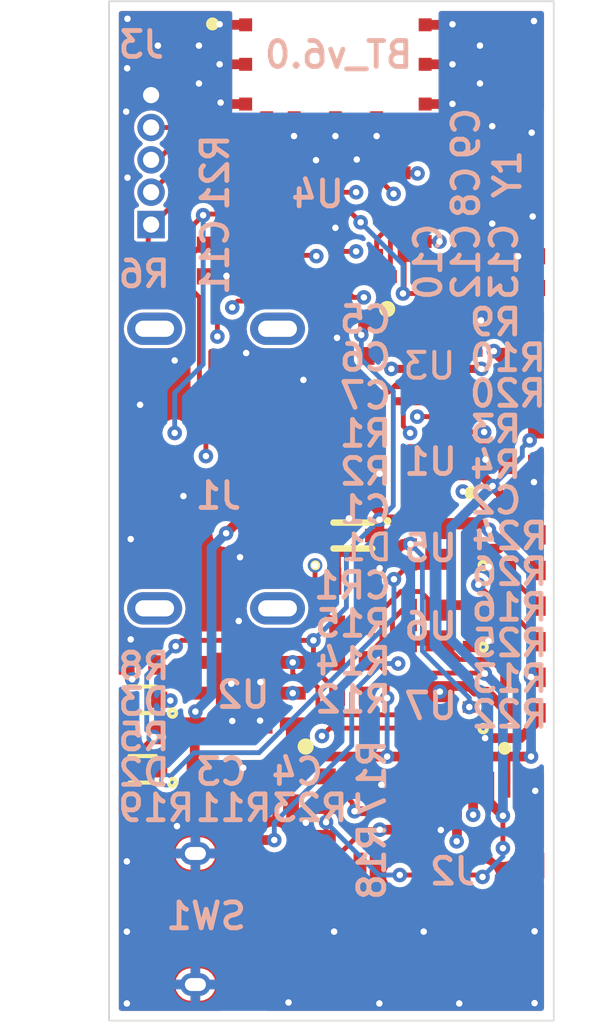
<source format=kicad_pcb>
(kicad_pcb (version 20221018) (generator pcbnew)
  (title_block (title "CC Controller") (date "2020-11-30") (rev "000"))
  (layers (0 "F.Cu" signal) (1 "In1.Cu" signal) (2 "In2.Cu" signal) (31 "B.Cu" signal) (34 "B.Paste" user) (35 "F.Paste" user) (36 "B.SilkS" user "B.Silkscreen") (37 "F.SilkS" user "F.Silkscreen") (38 "B.Mask" user) (39 "F.Mask" user) (44 "Edge.Cuts" user))
  (net 0 "")
  (net 1 "GND")
  (net 2 "Net-(U3-VREF)")
  (net 3 "Net-(U3-CSRD)")
  (net 4 "EN")
  (net 5 "PS_HOLD")
  (net 6 "VUSB")
  (net 7 "VBATT")
  (net 8 "VBUS")
  (net 9 "V2.8")
  (net 10 "Net-(U4-P0.00{slash}XL1)")
  (net 11 "Net-(U4-P0.01{slash}XL2)")
  (net 12 "Net-(D2-K)")
  (net 13 "SCL")
  (net 14 "SDA")
  (net 15 "XSHUT1")
  (net 16 "XSHUT2")
  (net 17 "SWDIO")
  (net 18 "SWDCLK")
  (net 19 "RESET")
  (net 20 "PB_OUT")
  (net 21 "Net-(D2-A)")
  (net 22 "Net-(D3-A)")
  (net 23 "Net-(J1-CC1)")
  (net 24 "Net-(J1-CC2)")
  (net 29 "INT")
  (net 31 "BM")
  (net 32 "BM_EN")
  (net 34 "CHRG_STAT")
  (net 35 "PWR_ON")
  (net 36 "Net-(U1-BYP{slash}ADJ{slash}NC)")
  (net 37 "Net-(U2-PROG)")
  (net 38 "Net-(U6-D1)")
  (net 39 "Net-(U6-D2)")
  (net 40 "Net-(U5-G1)")
  (net 41 "Net-(U6-G1)")
  (net 42 "CHRG")
  (net 43 "Net-(U3-~{PB})")
  (net 44 "PROG")
  (net 46 "LED_EN")
  (footprint "Capacitor_Taiyo_Yuden_0402:Capacitor_Taiyo_Yuden_0402" (layer "F.Cu") (at 107.44 63.79)
    (fp_text reference "C2")
    (fp_text value "1uF" hide)
  )
  (footprint "Stackpole_Res_0402:Stackpole_Res_0402" (layer "F.Cu") (at 101.44 74.7 90)
    (fp_text reference "R18")
    (fp_text value "4.7k")
  )
  (footprint "Stackpole_Res_0402:Stackpole_Res_0402" (layer "F.Cu") (at 101.44 72.8 -90)
    (fp_text reference "R17")
    (fp_text value "4.7k")
  )
  (footprint "Stackpole_Res_0402:Stackpole_Res_0402" (layer "F.Cu") (at 107.478 61.6)
    (fp_text reference "R3")
    (fp_text value "75k (1%)")
  )
  (footprint "Stackpole_Res_0402:Stackpole_Res_0402" (layer "F.Cu") (at 102.24 68.77 180)
    (fp_text reference "R14")
    (fp_text value "4M")
  )
  (footprint "Capacitor_Taiyo_Yuden_0402:Capacitor_Taiyo_Yuden_0402" (layer "F.Cu") (at 102.2 59.35 180)
    (fp_text reference "C6")
    (fp_text value "1uF" hide)
  )
  (footprint "Stackpole_Res_0402:Stackpole_Res_0402" (layer "F.Cu") (at 107.478 59.4 180)
    (fp_text reference "R10")
    (fp_text value "10k")
  )
  (footprint "Capacitor_Taiyo_Yuden_0402:Capacitor_Taiyo_Yuden_0402" (layer "F.Cu") (at 102.2 58.26 180)
    (fp_text reference "C5")
    (fp_text value "1uF" hide)
  )
  (footprint "TE_2328702-8:TE_2328702-8" (layer "F.Cu") (at 106.99 72.6)
    (fp_text reference "J2")
    (fp_text value "2328702-8" hide)
  )
  (footprint "Stackpole_Res_0402:Stackpole_Res_0402" (layer "F.Cu") (at 107.478 58.3 180)
    (fp_text reference "R9")
    (fp_text value "10k")
  )
  (footprint "Stackpole_Res_0402:Stackpole_Res_0402" (layer "F.Cu") (at 107.53 69.28)
    (fp_text reference "R13")
    (fp_text value "100k")
  )
  (footprint "Stackpole_Res_0402:Stackpole_Res_0402" (layer "F.Cu") (at 107.478 62.7)
    (fp_text reference "R4")
    (fp_text value "30k (1%)")
  )
  (footprint "Capacitor_Taiyo_Yuden_0402:Capacitor_Taiyo_Yuden_0402" (layer "F.Cu") (at 102.2 60.47 180)
    (fp_text reference "C7")
    (fp_text value "0.22uF" hide)
  )
  (footprint "Stackpole_Res_0402:Stackpole_Res_0402" (layer "F.Cu") (at 95.73 68.9)
    (fp_text reference "R8")
    (fp_text value "10k (1%)")
  )
  (footprint "LED_QBLP595:LED_QBLP595" (layer "F.Cu") (at 95.78 69.975 180)
    (fp_text reference "D3")
    (fp_text value "ORG")
  )
  (footprint "Stackpole_Res_0402:Stackpole_Res_0402" (layer "F.Cu") (at 107.53 67.08)
    (fp_text reference "R16")
    (fp_text value "100k")
  )
  (footprint "SSM6L61NU:SSM6L61NU" (layer "F.Cu") (at 104.96 67.68 90)
    (fp_text reference "U6")
    (fp_text value "UDFN6" hide)
  )
  (footprint "Stackpole_Res_0402:Stackpole_Res_0402" (layer "F.Cu") (at 107.478 60.5 180)
    (fp_text reference "R20")
    (fp_text value "10k")
  )
  (footprint "STBC08PMR:STBC08PMR" (layer "F.Cu") (at 98.91 69.77 180)
    (fp_text reference "U2")
    (fp_text value "SON95P300X300X100-7N-D" hide)
  )
  (footprint "Connector_PinHeader_1.00mm:PinHeader_1x05_P1.00mm_Vertical" (layer "F.Cu") (at 96.03 55.29 180)
    (fp_text reference "J3")
    (fp_text value "Conn_01x05")
  )
  (footprint "Capacitor_Taiyo_Yuden_0402:Capacitor_Taiyo_Yuden_0402" (layer "F.Cu") (at 102.2 63.76 180)
    (fp_text reference "C1")
    (fp_text value "1uF" hide)
  )
  (footprint "STM6601CQ2BDM6F:STM6601AQ2BDM6F" (layer "F.Cu") (at 104.93 59.5)
    (fp_text reference "U3")
    (fp_text value "STM6601CQ2BDM6F" hide)
  )
  (footprint "Stackpole_Res_0402:Stackpole_Res_0402" (layer "F.Cu") (at 107.53 70.38 180)
    (fp_text reference "R22")
    (fp_text value "100k")
  )
  (footprint "Stackpole_Res_0402:Stackpole_Res_0402" (layer "F.Cu") (at 95.73 71.05 180)
    (fp_text reference "R5")
    (fp_text value "10k")
  )
  (footprint "ESDA7P601U1M:ESDA7P601U1M" (layer "F.Cu") (at 102.23 66.31)
    (fp_text reference "CR1")
    (fp_text value "ESDA7P60-1U1M" hide)
  )
  (footprint "BAT30KFILM:BAT30KFILM" (layer "F.Cu") (at 102.27 64.9)
    (fp_text reference "D1")
    (fp_text value "BAT30KFILM" hide)
  )
  (footprint "Stackpole_Res_0402:Stackpole_Res_0402" (layer "F.Cu") (at 102.24 61.57)
    (fp_text reference "R1")
    (fp_text value "5.1k (5%)")
  )
  (footprint "Stackpole_Res_0402:Stackpole_Res_0402" (layer "F.Cu") (at 102.24 62.67)
    (fp_text reference "R2")
    (fp_text value "5.1k (5%)")
  )
  (footprint "SSM6L61NU:SSM6L61NU" (layer "F.Cu") (at 104.96 65.16 90)
    (fp_text reference "U5")
    (fp_text value "UDFN6" hide)
  )
  (footprint "SSM6L61NU:SSM6L61NU" (layer "F.Cu") (at 104.96 70.2 90)
    (fp_text reference "U7")
    (fp_text value "UDFN6" hide)
  )
  (footprint "LDK130PU-R:LDK130PU-R" (layer "F.Cu") (at 104.94 62.58 180)
    (fp_text reference "U1")
    (fp_text value "QFN40P120X130X45-6N" hide)
  )
  (footprint "Stackpole_Res_0402:Stackpole_Res_0402" (layer "F.Cu") (at 102.24 67.67)
    (fp_text reference "R15")
    (fp_text value "3M")
  )
  (footprint "PTS840ESDPMSMTRLFS:PTS840ESDPMSMTRLFS" (layer "F.Cu") (at 98.15 76.75 -90)
    (fp_text reference "SW1")
    (fp_text value "Val**" hide)
  )
  (footprint "Stackpole_Res_0402:Stackpole_Res_0402" (layer "F.Cu") (at 107.53 64.88)
    (fp_text reference "R24")
    (fp_text value "1k")
  )
  (footprint "Stackpole_Res_0402:Stackpole_Res_0402" (layer "F.Cu") (at 102.24 69.87 180)
    (fp_text reference "R12")
    (fp_text value "100k")
  )
  (footprint "Stackpole_Res_0402:Stackpole_Res_0402" (layer "F.Cu") (at 107.53 68.18)
    (fp_text reference "R25")
    (fp_text value "1k")
  )
  (footprint "Capacitor_Taiyo_Yuden_0402:Capacitor_Taiyo_Yuden_0402" (layer "F.Cu") (at 97.72 56.4 -90)
    (fp_text reference "C11")
    (fp_text value "10nF" hide)
  )
  (footprint "Capacitor_Taiyo_Yuden_0402:Capacitor_Taiyo_Yuden_0402" (layer "F.Cu") (at 105.78 56.76 90)
    (fp_text reference "C10")
    (fp_text value "1uF" hide)
  )
  (footprint "LED_QBLP595:LED_QBLP595" (layer "F.Cu") (at 95.78 72.125 180)
    (fp_text reference "D2")
    (fp_text value "YEL/GRN")
  )
  (footprint "Stackpole_Res_0402:Stackpole_Res_0402" (layer "F.Cu") (at 107.53 65.98)
    (fp_text reference "R26")
    (fp_text value "100k")
  )
  (footprint "Stackpole_Res_0402:Stackpole_Res_0402" (layer "F.Cu") (at 95.73 73.2 180)
    (fp_text reference "R19")
    (fp_text value "10k")
  )
  (footprint "Capacitor_Taiyo_Yuden_0402:Capacitor_Taiyo_Yuden_0402" (layer "F.Cu") (at 99.86 72.11 180)
    (fp_text reference "C4")
    (fp_text value "4.7uF" hide)
  )
  (footprint "Capacitor_Taiyo_Yuden_0402:Capacitor_Taiyo_Yuden_0402" (layer "F.Cu") (at 97.87 72.11)
    (fp_text reference "C3")
    (fp_text value "4.7uF" hide)
  )
  (footprint "Stackpole_Res_0402:Stackpole_Res_0402" (layer "F.Cu") (at 97.91 73.2 180)
    (fp_text reference "R11")
    (fp_text value "100k")
  )
  (footprint "Stackpole_Res_0402:Stackpole_Res_0402" (layer "F.Cu") (at 99.9 73.2 180)
    (fp_text reference "R23")
    (fp_text value "2M")
  )
  (footprint "BMD-350-A-R:XCVR_BMD-350-A-R" (layer "F.Cu") (at 101.73 52.99)
    (fp_text reference "U4")
    (fp_text value "BMD-350-A-R")
  )
  (footprint "ECS-.327-7-34R-TR:XTAL_ECS-.327-CDX-2216" (layer "F.Cu") (at 106.99 53.75 90)
    (fp_text reference "Y1")
    (fp_text value "ECS-.327-7-34R-TR" hide)
  )
  (footprint "Capacitor_Taiyo_Yuden_0402:Capacitor_Taiyo_Yuden_0402" (layer "F.Cu") (at 106.86 56.76 90)
    (fp_text reference "C12")
    (fp_text value "10nF" hide)
  )
  (footprint "Capacitor_Taiyo_Yuden_0402:Capacitor_Taiyo_Yuden_0402" (layer "F.Cu") (at 107.94 56.76 90)
    (fp_text reference "C13")
    (fp_text value "100nF" hide)
  )
  (footprint "Capacitor_Taiyo_Yuden_0402:Capacitor_Taiyo_Yuden_0402" (layer "F.Cu") (at 105.73 54.77 -90)
    (fp_text reference "C8")
    (fp_text value "7pF")
  )
  (footprint "Capacitor_Taiyo_Yuden_0402:Capacitor_Taiyo_Yuden_0402" (layer "F.Cu") (at 105.73 52.78 90)
    (fp_text reference "C9")
    (fp_text value "7pF")
  )
  (footprint "UJC-HP-3-SMT-TR:UJC-HP-3-SMT-TR" (layer "F.Cu") (at 99.94 62.83 -90)
    (fp_text reference "J1")
    (fp_text value "UJC-HP-3-SMT-TR" hide)
  )
  (footprint "Stackpole_Res_0402:Stackpole_Res_0402" (layer "F.Cu") (at 96.23 56.84)
    (fp_text reference "R6")
    (fp_text value "10k")
  )
  (footprint "Stackpole_Res_0402:Stackpole_Res_0402" (layer "F.Cu") (at 97.73 53.71 90)
    (fp_text reference "R21")
    (fp_text value "10k")
  )
  (gr_line (start 94.73 79.89) (end 108.48 79.89) (stroke (width 0.05)) (layer "Edge.Cuts"))
  (gr_line (start 94.73 79.89) (end 94.73 48.39) (stroke (width 0.05)) (layer "Edge.Cuts"))
  (gr_line (start 94.73 48.39) (end 108.48 48.39) (stroke (width 0.05)) (layer "Edge.Cuts"))
  (gr_line (start 108.48 79.89) (end 108.48 48.39) (stroke (width 0.05)) (layer "Edge.Cuts"))
  (gr_text "BT_v6.0" (at 101.83 50.04) (layer "B.SilkS") (effects (font (size 0.8 0.8)) (justify mirror)))
  (segment (start 99 69.73) (end 99 69.73) (width 0.3) (layer "F.Cu") (net 1))
  (segment (start 106.47 65.87) (end 107.073 65.87) (width 0.3) (layer "F.Cu") (net 1))
  (segment (start 105.39 50.337) (end 105.39 50.337) (width 0.3) (layer "F.Cu") (net 1))
  (segment (start 98.22 50.337) (end 98.22 50.337) (width 0.3) (layer "F.Cu") (net 1))
  (segment (start 102.7907 66.262519) (end 103.125022 65.928197) (width 0.3) (layer "F.Cu") (net 1))
  (segment (start 107.6 52.25) (end 106.58 52.25) (width 0.3) (layer "F.Cu") (net 1))
  (segment (start 104.505 49.117) (end 105.347 49.117) (width 0.3) (layer "F.Cu") (net 1))
  (segment (start 107.987 70.623) (end 107.987 70.38) (width 0.3) (layer "F.Cu") (net 1))
  (segment (start 107.987 67.007) (end 107.987 67.08) (width 0.15) (layer "F.Cu") (net 1))
  (segment (start 102.83 62.67) (end 103.09499 62.93499) (width 0.3) (layer "F.Cu") (net 1))
  (segment (start 105.87 68.316546) (end 106.026557 68.159989) (width 0.3) (layer "F.Cu") (net 1))
  (segment (start 102.697 66.4037) (end 102.7907 66.31) (width 0.3) (layer "F.Cu") (net 1))
  (segment (start 104.505 51.565) (end 105.345 51.565) (width 0.3) (layer "F.Cu") (net 1))
  (segment (start 105.87 70.85) (end 106.05 70.85) (width 0.3) (layer "F.Cu") (net 1))
  (segment (start 107.38 56.27) (end 107.38 56.269984) (width 0.15) (layer "F.Cu") (net 1))
  (segment (start 106.229978 58.25) (end 106.230517 58.249461) (width 0.15) (layer "F.Cu") (net 1))
  (segment (start 105.347 49.117) (end 105.35 49.12) (width 0.3) (layer "F.Cu") (net 1))
  (segment (start 103.005 52.555) (end 103.005 51.99) (width 0.3) (layer "F.Cu") (net 1))
  (segment (start 107.073 66.093) (end 107.987 67.007) (width 0.15) (layer "F.Cu") (net 1))
  (segment (start 106.36 71.16) (end 107.45 71.16) (width 0.3) (layer "F.Cu") (net 1))
  (segment (start 106.341486 62.58) (end 106.369379 62.552107) (width 0.2) (layer "F.Cu") (net 1))
  (segment (start 102.7907 66.31) (end 102.7907 66.262519) (width 0.3) (layer "F.Cu") (net 1))
  (segment (start 108.02 52.67) (end 107.6 52.25) (width 0.3) (layer "F.Cu") (net 1))
  (segment (start 105.87 65.81) (end 106.41 65.81) (width 0.3) (layer "F.Cu") (net 1))
  (segment (start 105.77 52.25) (end 105.73 52.29) (width 0.3) (layer "F.Cu") (net 1))
  (segment (start 105.71 55.26) (end 107.59 55.26) (width 0.3) (layer "F.Cu") (net 1))
  (segment (start 101.08 60.47) (end 100.689985 60.079985) (width 0.3) (layer "F.Cu") (net 1))
  (segment (start 105.72 56.27) (end 105.56 56.27) (width 0.3) (layer "F.Cu") (net 1))
  (segment (start 96.83 73.88) (end 96.83 73.823) (width 0.15) (layer "F.Cu") (net 1))
  (segment (start 102.742666 62.665666) (end 102.742666 61.574334) (width 0.3) (layer "F.Cu") (net 1))
  (segment (start 98.365 56.895) (end 98.36 56.89) (width 0.3) (layer "F.Cu") (net 1))
  (segment (start 104.99 73.999977) (end 104.989979 73.999998) (width 0.3) (layer "F.Cu") (net 1))
  (segment (start 101.71 63.76) (end 101.71 63.93) (width 0.3) (layer "F.Cu") (net 1))
  (segment (start 101.71 63.93) (end 102.15 64.37) (width 0.3) (layer "F.Cu") (net 1))
  (segment (start 105.72 56.27) (end 107.38 56.27) (width 0.15) (layer "F.Cu") (net 1))
  (segment (start 104.505 50.337) (end 105.35 50.337) (width 0.3) (layer "F.Cu") (net 1))
  (segment (start 97.44 68.82) (end 98.94 68.82) (width 0.3) (layer "F.Cu") (net 1))
  (segment (start 105.345 51.565) (end 105.35 51.57) (width 0.3) (layer "F.Cu") (net 1))
  (segment (start 107.87 63.248645) (end 107.87 63.73) (width 0.3) (layer "F.Cu") (net 1))
  (segment (start 98.955 51.565) (end 98.16 51.565) (width 0.3) (layer "F.Cu") (net 1))
  (segment (start 99.43 72.1) (end 98.37 72.1) (width 0.3) (layer "F.Cu") (net 1))
  (segment (start 107.87 62.765) (end 107.935 62.7) (width 0.3) (layer "F.Cu") (net 1))
  (segment (start 103.49 72.6) (end 103.15 72.6) (width 0.3) (layer "F.Cu") (net 1))
  (segment (start 107.87 63.248645) (end 107.87 62.765) (width 0.3) (layer "F.Cu") (net 1))
  (segment (start 106.05 70.85) (end 106.36 71.16) (width 0.3) (layer "F.Cu") (net 1))
  (segment (start 106.026557 68.159989) (end 106.46481 68.159989) (width 0.3) (layer "F.Cu") (net 1))
  (segment (start 99.89 65.58) (end 99.950002 65.519998) (width 0.3) (layer "F.Cu") (net 1))
  (segment (start 102.697 67.67) (end 102.697 66.4037) (width 0.3) (layer "F.Cu") (net 1))
  (segment (start 98.955 50.337) (end 98.22 50.337) (width 0.3) (layer "F.Cu") (net 1))
  (segment (start 98.955 56.895) (end 98.365 56.895) (width 0.3) (layer "F.Cu") (net 1))
  (segment (start 105.56 56.27) (end 104.935 56.895) (width 0.3) (layer "F.Cu") (net 1))
  (segment (start 104.39 62.58) (end 105.49 62.58) (width 0.2) (layer "F.Cu") (net 1))
  (segment (start 108.02 54.83) (end 108.02 52.67) (width 0.3) (layer "F.Cu") (net 1))
  (segment (start 103.09499 62.93499) (end 103.09499 62.99) (width 0.3) (layer "F.Cu") (net 1))
  (segment (start 105.49 62.58) (end 106.341486 62.58) (width 0.2) (layer "F.Cu") (net 1))
  (segment (start 101.73 52.555) (end 101.73 51.99) (width 0.3) (layer "F.Cu") (net 1))
  (segment (start 104.99 72.6) (end 104.99 73.999977) (width 0.3) (layer "F.Cu") (net 1))
  (segment (start 99.89 60.08) (end 100.68997 60.08) (width 0.3) (layer "F.Cu") (net 1))
  (segment (start 100.45 52.555) (end 100.45 51.995) (width 0.3) (layer "F.Cu") (net 1))
  (segment (start 100.68997 60.08) (end 100.689985 60.079985) (width 0.3) (layer "F.Cu") (net 1))
  (segment (start 107.38 56.27) (end 107.91 56.27) (width 0.15) (layer "F.Cu") (net 1))
  (segment (start 106.41 65.81) (end 106.47 65.87) (width 0.3) (layer "F.Cu") (net 1))
  (segment (start 107.59 55.26) (end 108.02 54.83) (width 0.3) (layer "F.Cu") (net 1))
  (segment (start 100.357 73.2) (end 100.357 73.317) (width 0.15) (layer "F.Cu") (net 1))
  (segment (start 104.935 56.895) (end 104.505 56.895) (width 0.3) (layer "F.Cu") (net 1))
  (segment (start 101.77 60.47) (end 101.08 60.47) (width 0.3) (layer "F.Cu") (net 1))
  (segment (start 101.79 59.33) (end 101.79 58.25) (width 0.3) (layer "F.Cu") (net 1))
  (segment (start 106.58 52.25) (end 105.77 52.25) (width 0.3) (layer "F.Cu") (net 1))
  (segment (start 99.08 69.81) (end 99 69.73) (width 0.3) (layer "F.Cu") (net 1))
  (segment (start 107.45 71.16) (end 107.987 70.623) (width 0.3) (layer "F.Cu") (net 1))
  (segment (start 107.073 65.98) (end 107.073 66.093) (width 0.15) (layer "F.Cu") (net 1))
  (segment (start 98.37 72.1) (end 98.36 72.11) (width 0.3) (layer "F.Cu") (net 1))
  (segment (start 98.36 56.89) (end 97.72 56.89) (width 0.3) (layer "F.Cu") (net 1))
  (segment (start 98.955 49.117) (end 98.2 49.117) (width 0.3) (layer "F.Cu") (net 1))
  (segment (start 107.87 63.73) (end 107.93 63.79) (width 0.3) (layer "F.Cu") (net 1))
  (segment (start 105.78 58.25) (end 106.229978 58.25) (width 0.15) (layer "F.Cu") (net 1))
  (via (at 95.28 79.36) (size 0.45) (drill 0.2) (layers "F.Cu" "B.Cu") (net 1))
  (via (at 95.28 74.97) (size 0.45) (drill 0.2) (layers "F.Cu" "B.Cu") (net 1))
  (via (at 95.69 60.86) (size 0.45) (drill 0.2) (layers "F.Cu" "B.Cu") (net 1))
  (via (at 95.4 65.01) (size 0.45) (drill 0.2) (layers "F.Cu" "B.Cu") (net 1))
  (via (at 103.09 79.36) (size 0.45) (drill 0.2) (layers "F.Cu" "B.Cu") (net 1))
  (via (at 101.73 52.555) (size 0.45) (drill 0.2) (layers "F.Cu" "B.Cu") (net 1))
  (via (at 104.46 77.14) (size 0.45) (drill 0.2) (layers "F.Cu" "B.Cu") (net 1))
  (via (at 97.51 49.76) (size 0.45) (drill 0.2) (layers "F.Cu" "B.Cu") (net 1))
  (via (at 98.51 69.48) (size 0.45) (drill 0.2) (layers "F.Cu" "B.Cu") (net 1))
  (via (at 106.47 65.87) (size 0.45) (drill 0.2) (layers "F.Cu" "B.Cu") (net 1))
  (via (at 95.4 68.11) (size 0.45) (drill 0.2) (layers "F.Cu" "B.Cu") (net 1))
  (via (at 98.97 59.26) (size 0.45) (drill 0.2) (layers "F.Cu" "B.Cu") (net 1))
  (via (at 107.89 79.35) (size 0.45) (drill 0.2) (layers "F.Cu" "B.Cu") (net 1))
  (via (at 104.989979 73.999998) (size 0.45) (drill 0.2) (layers "F.Cu" "B.Cu") (net 1))
  (via (at 106.2 49.76) (size 0.45) (drill 0.2) (layers "F.Cu" "B.Cu") (net 1))
  (via (at 103.005 52.555) (size 0.45) (drill 0.2) (layers "F.Cu" "B.Cu") (net 1))
  (via (at 107.83 55.04) (size 0.45) (drill 0.2) (layers "F.Cu" "B.Cu") (net 1))
  (via (at 101.13 53.3) (size 0.45) (drill 0.2) (layers "F.Cu" "B.Cu") (net 1))
  (via (at 95.26 51.8) (size 0.45) (drill 0.2) (layers "F.Cu" "B.Cu") (net 1))
  (via (at 99.41 69.43) (size 0.45) (drill 0.2) (layers "F.Cu" "B.Cu") (net 1))
  (via (at 98.78 65.57) (size 0.45) (drill 0.2) (layers "F.Cu" "B.Cu") (net 1))
  (via (at 97.03 63.68) (size 0.45) (drill 0.2) (layers "F.Cu" "B.Cu") (net 1))
  (via (at 106.36 71.16) (size 0.45) (drill 0.2) (layers "F.Cu" "B.Cu") (net 1))
  (via (at 107.87 63.248645) (size 0.45) (drill 0.2) (layers "F.Cu" "B.Cu") (net 1))
  (via (at 96.76 59.49) (size 0.45) (drill 0.2) (layers "F.Cu" "B.Cu") (net 1))
  (via (at 98.74 67.54) (size 0.45) (drill 0.2) (layers "F.Cu" "B.Cu") (net 1))
  (via (at 98.15 50.337) (size 0.45) (drill 0.2) (layers "F.Cu" "B.Cu") (net 1))
  (via (at 103.1 65.91) (size 0.45) (drill 0.2) (layers "F.Cu" "B.Cu") (net 1))
  (via (at 98.15 49.1) (size 0.45) (drill 0.2) (layers "F.Cu" "B.Cu") (net 1))
  (via (at 105.35 49.1) (size 0.45) (drill 0.2) (layers "F.Cu" "B.Cu") (net 1))
  (via (at 107.91 72.79) (size 0.45) (drill 0.2) (layers "F.Cu" "B.Cu") (net 1))
  (via (at 107.38 56.269984) (size 0.45) (drill 0.2) (layers "F.Cu" "B.Cu") (net 1))
  (via (at 106.369379 62.552107) (size 0.45) (drill 0.2) (layers "F.Cu" "B.Cu") (net 1))
  (via (at 106.58 52.25) (size 0.45) (drill 0.2) (layers "F.Cu" "B.Cu") (net 1))
  (via (at 107.87 49) (size 0.45) (drill 0.2) (layers "F.Cu" "B.Cu") (net 1))
  (via (at 102.15 64.37) (size 0.45) (drill 0.2) (layers "F.Cu" "B.Cu") (net 1))
  (via (at 105.56 79.36) (size 0.45) (drill 0.2) (layers "F.Cu" "B.Cu") (net 1))
  (via (at 95.29 50.46) (size 0.45) (drill 0.2) (layers "F.Cu" "B.Cu") (net 1))
  (via (at 106.230517 58.249461) (size 0.45) (drill 0.2) (layers "F.Cu" "B.Cu") (net 1))
  (via (at 98.18 51.52) (size 0.45) (drill 0.2) (layers "F.Cu" "B.Cu") (net 1))
  (via (at 103.09499 62.99) (size 0.45) (drill 0.2) (layers "F.Cu" "B.Cu") (net 1))
  (via (at 106.58 55.26) (size 0.45) (drill 0.2) (layers "F.Cu" "B.Cu") (net 1))
  (via (at 98.54 70.63) (size 0.45) (drill 0.2) (layers "F.Cu" "B.Cu") (net 1))
  (via (at 95.28 77.14) (size 0.45) (drill 0.2) (layers "F.Cu" "B.Cu") (net 1))
  (via (at 101.73 55.39) (size 0.45) (drill 0.2) (layers "F.Cu" "B.Cu") (net 1))
  (via (at 107.89 77.13) (size 0.45) (drill 0.2) (layers "F.Cu" "B.Cu") (net 1))
  (via (at 95.3 53.84) (size 0.45) (drill 0.2) (layers "F.Cu" "B.Cu") (net 1))
  (via (at 98.88 72.08) (size 0.45) (drill 0.2) (layers "F.Cu" "B.Cu") (net 1))
  (via (at 105.35 51.56) (size 0.45) (drill 0.2) (layers "F.Cu" "B.Cu") (net 1))
  (via (at 106.46481 68.159989) (size 0.45) (drill 0.2) (layers "F.Cu" "B.Cu") (net 1))
  (via (at 101.69 77.14) (size 0.45) (drill 0.2) (layers "F.Cu" "B.Cu") (net 1))
  (via (at 98.36 56.88) (size 0.45) (drill 0.2) (layers "F.Cu" "B.Cu") (net 1))
  (via (at 96.24 49.76) (size 0.45) (drill 0.2) (layers "F.Cu" "B.Cu") (net 1))
  (via (at 95.3 48.93) (size 0.45) (drill 0.2) (layers "F.Cu" "B.Cu") (net 1))
  (via (at 107.8 52.45) (size 0.45) (drill 0.2) (layers "F.Cu" "B.Cu") (net 1))
  (via (at 96.83 73.88) (size 0.45) (drill 0.2) (layers "F.Cu" "B.Cu") (net 1))
  (via (at 105.35 50.337) (size 0.45) (drill 0.2) (layers "F.Cu" "B.Cu") (net 1))
  (via (at 100.815534 73.775534) (size 0.45) (drill 0.2) (layers "F.Cu" "B.Cu") (net 1))
  (via (at 103.15 72.6) (size 0.45) (drill 0.2) (layers "F.Cu" "B.Cu") (net 1))
  (via (at 97.51 50.93) (size 0.45) (drill 0.2) (layers "F.Cu" "B.Cu") (net 1))
  (via (at 101.78 58.79) (size 0.45) (drill 0.2) (layers "F.Cu" "B.Cu") (net 1))
  (via (at 99.4 70.62) (size 0.45) (drill 0.2) (layers "F.Cu" "B.Cu") (net 1))
  (via (at 100.28 79.33) (size 0.45) (drill 0.2) (layers "F.Cu" "B.Cu") (net 1))
  (via (at 102.39 53.28) (size 0.45) (drill 0.2) (layers "F.Cu" "B.Cu") (net 1))
  (via (at 100.74 60.09) (size 0.45) (drill 0.2) (layers "F.Cu" "B.Cu") (net 1))
  (via (at 100.45 52.555) (size 0.45) (drill 0.2) (layers "F.Cu" "B.Cu") (net 1))
  (via (at 106.2 50.93) (size 0.45) (drill 0.2) (layers "F.Cu" "B.Cu") (net 1))
  (segment (start 104.08 59.25) (end 102.895 59.25) (width 0.15) (layer "F.Cu") (net 2))
  (segment (start 102.895 59.25) (end 102.755 59.39) (width 0.15) (layer "F.Cu") (net 2))
  (segment (start 102.75 60.47) (end 103.369258 60.47) (width 0.15) (layer "F.Cu") (net 3))
  (segment (start 103.369258 60.47) (end 103.589258 60.25) (width 0.15) (layer "F.Cu") (net 3))
  (segment (start 103.589258 60.25) (end 104.08 60.25) (width 0.15) (layer "F.Cu") (net 3))
  (segment (start 105.78 59.75) (end 106.212577 59.75) (width 0.15) (layer "F.Cu") (net 4))
  (segment (start 105.09 61.7) (end 106.329998 61.7) (width 0.15) (layer "F.Cu") (net 4))
  (segment (start 104.61 62.18) (end 105.09 61.7) (width 0.15) (layer "F.Cu") (net 4))
  (segment (start 104.39 62.18) (end 104.61 62.18) (width 0.15) (layer "F.Cu") (net 4))
  (via (at 106.243344 59.75) (size 0.45) (drill 0.2) (layers "F.Cu" "B.Cu") (net 4))
  (via (at 106.329998 61.7) (size 0.45) (drill 0.2) (layers "F.Cu" "B.Cu") (net 4))
  (segment (start 103.36501 59.75) (end 104.08 59.75) (width 0.15) (layer "F.Cu") (net 5))
  (segment (start 106.474984 61.225016) (end 104.259945 61.225016) (width 0.15) (layer "F.Cu") (net 5))
  (segment (start 107.073 60.68) (end 107.02 60.68) (width 0.15) (layer "F.Cu") (net 5))
  (segment (start 101.73 56.99) (end 101.73 56.895) (width 0.15) (layer "F.Cu") (net 5))
  (segment (start 102.28 57.54) (end 101.73 56.99) (width 0.15) (layer "F.Cu") (net 5))
  (segment (start 102.61 57.54) (end 102.28 57.54) (width 0.15) (layer "F.Cu") (net 5))
  (segment (start 107.02 60.68) (end 106.474984 61.225016) (width 0.15) (layer "F.Cu") (net 5))
  (segment (start 101.73 56.895) (end 101.725 56.895) (width 0.15) (layer "F.Cu") (net 5))
  (via (at 102.61 57.54) (size 0.45) (drill 0.2) (layers "F.Cu" "B.Cu") (net 5))
  (via (at 103.460004 59.75) (size 0.45) (drill 0.2) (layers "F.Cu" "B.Cu") (net 5))
  (via (at 104.259945 61.225016) (size 0.45) (drill 0.2) (layers "F.Cu" "B.Cu") (net 5))
  (segment (start 98.72 62.15) (end 98.72 64.46) (width 0.3) (layer "F.Cu") (net 6))
  (segment (start 99.93 64.39) (end 99.89 64.35) (width 0.3) (layer "F.Cu") (net 6))
  (segment (start 98.367 73.2) (end 99.443 73.2) (width 0.15) (layer "F.Cu") (net 6))
  (segment (start 97.38 72.213) (end 98.367 73.2) (width 0.15) (layer "F.Cu") (net 6))
  (segment (start 98.437 73.16) (end 98.44 73.16) (width 0.3) (layer "F.Cu") (net 6))
  (segment (start 99.57 61.3) (end 98.72 62.15) (width 0.3) (layer "F.Cu") (net 6))
  (segment (start 99.86 64.34) (end 98.84 64.34) (width 0.3) (layer "F.Cu") (net 6))
  (segment (start 99.86 61.3) (end 99.57 61.3) (width 0.3) (layer "F.Cu") (net 6))
  (segment (start 104.05 65.16) (end 103.81 65.16) (width 0.3) (layer "F.Cu") (net 6))
  (segment (start 97.38 70.36) (end 97.4 70.34) (width 0.3) (layer "F.Cu") (net 6))
  (segment (start 98.72 64.46) (end 98.350001 64.829999) (width 0.3) (layer "F.Cu") (net 6))
  (segment (start 98.84 64.34) (end 98.72 64.46) (width 0.3) (layer "F.Cu") (net 6))
  (segment (start 103.81 65.16) (end 103.56 65.41) (width 0.3) (layer "F.Cu") (net 6))
  (segment (start 97.38 72.11) (end 97.38 72.213) (width 0.15) (layer "F.Cu") (net 6))
  (segment (start 101.005 64.35) (end 101.555 64.9) (width 0.3) (layer "F.Cu") (net 6))
  (segment (start 99.94 64.35) (end 101.005 64.35) (width 0.3) (layer "F.Cu") (net 6))
  (segment (start 97.38 72.11) (end 97.38 70.36) (width 0.3) (layer "F.Cu") (net 6))
  (segment (start 97.41 70.72) (end 97.41 70.35) (width 0.3) (layer "F.Cu") (net 6))
  (segment (start 103.56 65.41) (end 101.8493 65.41) (width 0.3) (layer "F.Cu") (net 6))
  (segment (start 101.7493 66.31) (end 101.7493 65.1043) (width 0.3) (layer "F.Cu") (net 6))
  (segment (start 97.46 72.03) (end 97.38 72.11) (width 0.3) (layer "F.Cu") (net 6))
  (segment (start 97.41 70.35) (end 97.4 70.34) (width 0.3) (layer "F.Cu") (net 6))
  (segment (start 99.86 61.3) (end 99.86 61.3) (width 0.3) (layer "F.Cu") (net 6))
  (segment (start 101.7493 65.1043) (end 101.545 64.9) (width 0.3) (layer "F.Cu") (net 6))
  (via (at 105.869944 70.2) (size 0.45) (drill 0.2) (layers "F.Cu" "B.Cu") (net 6))
  (via (at 104.05003 65.16) (size 0.45) (drill 0.2) (layers "F.Cu" "B.Cu") (net 6))
  (via (at 97.4 70.34) (size 0.45) (drill 0.2) (layers "F.Cu" "B.Cu") (net 6))
  (via (at 98.350001 64.829999) (size 0.45) (drill 0.2) (layers "F.Cu" "B.Cu") (net 6))
  (segment (start 104.42 68.467214) (end 105.869944 69.917158) (width 0.15) (layer "B.Cu") (net 6))
  (segment (start 97.9 65.28) (end 97.9 69.84) (width 0.3) (layer "B.Cu") (net 6))
  (segment (start 104.05003 65.16) (end 104.42 65.52997) (width 0.15) (layer "B.Cu") (net 6))
  (segment (start 98.350001 64.829999) (end 97.9 65.28) (width 0.3) (layer "B.Cu") (net 6))
  (segment (start 105.869944 69.917158) (end 105.869944 70.2) (width 0.15) (layer "B.Cu") (net 6))
  (segment (start 104.42 65.52997) (end 104.42 68.467214) (width 0.15) (layer "B.Cu") (net 6))
  (segment (start 97.9 69.84) (end 97.4 70.34) (width 0.3) (layer "B.Cu") (net 6))
  (segment (start 103.18 68.994091) (end 103.18 68.6) (width 0.15) (layer "F.Cu") (net 7))
  (segment (start 100.35 71.9) (end 100.49 71.76) (width 0.3) (layer "F.Cu") (net 7))
  (segment (start 103.18 68.6) (end 103.494999 68.285001) (width 0.15) (layer "F.Cu") (net 7))
  (segment (start 106.317956 64.56) (end 106.477956 64.72) (width 0.3) (layer "F.Cu") (net 7))
  (segment (start 103.494999 67.505001) (end 103.9 67.1) (width 0.15) (layer "F.Cu") (net 7))
  (segment (start 104.96 64.56) (end 106.317956 64.56) (width 0.3) (layer "F.Cu") (net 7))
  (segment (start 103.9 67.1) (end 104.05 67.1) (width 0.15) (layer "F.Cu") (net 7))
  (segment (start 100.35 72.07) (end 100.35 70.68) (width 0.3) (layer "F.Cu") (net 7))
  (segment (start 103.330002 69.144093) (end 103.18 68.994091) (width 0.15) (layer "F.Cu") (net 7))
  (segment (start 103.330002 69.92) (end 103.330002 69.144093) (width 0.15) (layer "F.Cu") (net 7))
  (segment (start 106.99 72.6) (end 106.99 71.76) (width 0.3) (layer "F.Cu") (net 7))
  (segment (start 103.494999 68.285001) (end 103.494999 67.505001) (width 0.15) (layer "F.Cu") (net 7))
  (segment (start 104.96 64.765) (end 105.145 64.58) (width 0.3) (layer "F.Cu") (net 7))
  (segment (start 100.49 71.73) (end 107.78 71.73) (width 0.3) (layer "F.Cu") (net 7))
  (segment (start 100.35 71.94) (end 100.35 71.9) (width 0.3) (layer "F.Cu") (net 7))
  (via (at 106.477956 64.72) (size 0.45) (drill 0.2) (layers "F.Cu" "B.Cu") (net 7))
  (via (at 107.78 71.73) (size 0.45) (drill 0.2) (layers "F.Cu" "B.Cu") (net 7))
  (via (at 107.78 69.27) (size 0.45) (drill 0.2) (layers "F.Cu" "B.Cu") (net 7))
  (via (at 103.330002 69.92) (size 0.45) (drill 0.2) (layers "F.Cu" "B.Cu") (net 7))
  (via (at 103.33 71.73) (size 0.45) (drill 0.2) (layers "F.Cu" "B.Cu") (net 7))
  (segment (start 107.78 66.022044) (end 106.477956 64.72) (width 0.3) (layer "B.Cu") (net 7))
  (segment (start 103.33 71.73) (end 103.33 69.920002) (width 0.15) (layer "B.Cu") (net 7))
  (segment (start 107.78 71.73) (end 107.78 66.022044) (width 0.3) (layer "B.Cu") (net 7))
  (segment (start 103.33 69.920002) (end 103.330002 69.92) (width 0.15) (layer "B.Cu") (net 7))
  (segment (start 103.09 64.41) (end 103.1 64.4) (width 0.3) (layer "F.Cu") (net 8))
  (segment (start 96.79 68.32) (end 96.97 68.14) (width 0.15) (layer "F.Cu") (net 8))
  (segment (start 104.39 63.505) (end 104.39 63.03001) (width 0.3) (layer "F.Cu") (net 8))
  (segment (start 96.110655 71.126345) (end 95.804999 71.432001) (width 0.15) (layer "F.Cu") (net 8))
  (segment (start 104.08 58.25) (end 102.855 58.25) (width 0.15) (layer "F.Cu") (net 8))
  (segment (start 95.804999 71.432001) (end 95.804999 72.817999) (width 0.15) (layer "F.Cu") (net 8))
  (segment (start 103.09001 64.16001) (end 102.69 63.76) (width 0.3) (layer "F.Cu") (net 8))
  (segment (start 95.804999 72.817999) (end 96.187 73.2) (width 0.15) (layer "F.Cu") (net 8))
  (segment (start 104.05 63.845) (end 104.39 63.505) (width 0.3) (layer "F.Cu") (net 8))
  (segment (start 96.110655 71.086345) (end 96.187 71.01) (width 0.15) (layer "F.Cu") (net 8))
  (segment (start 101.05 68.99) (end 101.05 68.14) (width 0.15) (layer "F.Cu") (net 8))
  (segment (start 103.09 64.41) (end 103.09 64.805) (width 0.3) (layer "F.Cu") (net 8))
  (segment (start 103.1 64.4) (end 104.04 64.4) (width 0.3) (layer "F.Cu") (net 8))
  (segment (start 102.59 58.290056) (end 102.59 58.69) (width 0.3) (layer "F.Cu") (net 8))
  (segment (start 96.110655 71.126345) (end 96.110655 71.086345) (width 0.15) (layer "F.Cu") (net 8))
  (segment (start 103.09001 64.41) (end 103.09001 64.16001) (width 0.3) (layer "F.Cu") (net 8))
  (segment (start 104.05 64.51) (end 104.05 63.845) (width 0.3) (layer "F.Cu") (net 8))
  (segment (start 96.97 68.14) (end 101.05 68.14) (width 0.15) (layer "F.Cu") (net 8))
  (segment (start 101.783 69.87) (end 101.783 69.723) (width 0.15) (layer "F.Cu") (net 8))
  (segment (start 102.855 58.25) (end 102.795 58.31) (width 0.15) (layer "F.Cu") (net 8))
  (segment (start 101.783 69.723) (end 101.05 68.99) (width 0.15) (layer "F.Cu") (net 8))
  (segment (start 103.09 64.805) (end 102.995 64.9) (width 0.3) (layer "F.Cu") (net 8))
  (via (at 96.110655 71.126345) (size 0.45) (drill 0.2) (layers "F.Cu" "B.Cu") (net 8))
  (via (at 96.79 68.32) (size 0.45) (drill 0.2) (layers "F.Cu" "B.Cu") (net 8))
  (via (at 102.53 58.7) (size 0.45) (drill 0.2) (layers "F.Cu" "B.Cu") (net 8))
  (via (at 103.09001 64.41) (size 0.45) (drill 0.2) (layers "F.Cu" "B.Cu") (net 8))
  (via (at 101.05 68.14) (size 0.45) (drill 0.2) (layers "F.Cu" "B.Cu") (net 8))
  (segment (start 96.110655 71.126345) (end 95.89499 70.91068) (width 0.15) (layer "B.Cu") (net 8))
  (segment (start 103.519991 63.980019) (end 103.519991 60.438989) (width 0.15) (layer "B.Cu") (net 8))
  (segment (start 95.89499 69.21501) (end 96.79 68.32) (width 0.15) (layer "B.Cu") (net 8))
  (segment (start 102.53 59.448998) (end 102.53 58.709986) (width 0.15) (layer "B.Cu") (net 8))
  (segment (start 95.89499 70.91068) (end 95.89499 69.21501) (width 0.15) (layer "B.Cu") (net 8))
  (segment (start 103.09001 64.41) (end 103.519991 63.980019) (width 0.15) (layer "B.Cu") (net 8))
  (segment (start 103.519991 60.438989) (end 102.53 59.448998) (width 0.15) (layer "B.Cu") (net 8))
  (segment (start 103.09001 64.41) (end 102.07 65.43001) (width 0.15) (layer "B.Cu") (net 8))
  (segment (start 102.07 67.12) (end 101.05 68.14) (width 0.15) (layer "B.Cu") (net 8))
  (segment (start 102.07 65.43001) (end 102.07 67.12) (width 0.15) (layer "B.Cu") (net 8))
  (segment (start 101.44 73.76) (end 101.44 74.243) (width 0.15) (layer "F.Cu") (net 9))
  (segment (start 104.05 69.5) (end 104.05 69.5) (width 0.15) (layer "F.Cu") (net 9))
  (segment (start 97.73 54.167) (end 100.507721 54.167) (width 0.15) (layer "F.Cu") (net 9))
  (segment (start 97.213 54.167) (end 96.09 55.29) (width 0.15) (layer "F.Cu") (net 9))
  (segment (start 105.78 57.39) (end 105.81 57.42) (width 0.15) (layer "F.Cu") (net 9))
  (segment (start 95.94 55.38) (end 95.94 56.673) (width 0.15) (layer "F.Cu") (net 9))
  (segment (start 107.94 57.25) (end 107.77 57.42) (width 0.15) (layer "F.Cu") (net 9))
  (segment (start 105.49 63.04001) (end 106.26001 63.04001) (width 0.3) (layer "F.Cu") (net 9))
  (segment (start 105.78 57.25) (end 105.78 57.39) (width 0.15) (layer "F.Cu") (net 9))
  (segment (start 106.49 72.6) (end 106.49 73.14) (width 0.3) (layer "F.Cu") (net 9))
  (segment (start 96.03 55.29) (end 95.94 55.38) (width 0.15) (layer "F.Cu") (net 9))
  (segment (start 107.737118 61.957118) (end 107.987 61.707236) (width 0.15) (layer "F.Cu") (net 9))
  (segment (start 106.86 57.37) (end 106.81 57.42) (width 0.15) (layer "F.Cu") (net 9))
  (segment (start 104.4 69.15) (end 104.05 69.5) (width 0.15) (layer "F.Cu") (net 9))
  (segment (start 103.855 57.44) (end 103.855 56.24) (width 0.15) (layer "F.Cu") (net 9))
  (segment (start 106.369989 69.15) (end 104.4 69.15) (width 0.15) (layer "F.Cu") (net 9))
  (segment (start 107.987 61.65) (end 107.987 58.234726) (width 0.15) (layer "F.Cu") (net 9))
  (segment (start 106.26001 63.04001) (end 107 63.78) (width 0.3) (layer "F.Cu") (net 9))
  (segment (start 107.77 57.42) (end 106.81 57.42) (width 0.15) (layer "F.Cu") (net 9))
  (segment (start 102.04 54.75) (end 102.51 55.22) (width 0.15) (layer "F.Cu") (net 9))
  (segment (start 106.86 57.25) (end 106.86 57.37) (width 0.15) (layer "F.Cu") (net 9))
  (segment (start 106.81 57.42) (end 105.81 57.42) (width 0.15) (layer "F.Cu") (net 9))
  (segment (start 107.987 57.327) (end 107.91 57.25) (width 0.15) (layer "F.Cu") (net 9))
  (segment (start 101.44 73.257) (end 101.44 73.76) (width 0.15) (layer "F.Cu") (net 9))
  (segment (start 97.73 54.167) (end 97.213 54.167) (width 0.15) (layer "F.Cu") (net 9))
  (segment (start 105.81 57.42) (end 103.82 57.42) (width 0.15) (layer "F.Cu") (net 9))
  (segment (start 107.987 58.3) (end 107.987 57.327) (width 0.15) (layer "F.Cu") (net 9))
  (segment (start 107.987 61.707236) (end 107.987 61.6) (width 0.15) (layer "F.Cu") (net 9))
  (segment (start 106.91 74.56) (end 106.91 73.56) (width 0.15) (layer "F.Cu") (net 9))
  (segment (start 106.39499 69.124999) (end 106.369989 69.15) (width 0.15) (layer "F.Cu") (net 9))
  (segment (start 96.09 55.29) (end 96.03 55.29) (width 0.15) (layer "F.Cu") (net 9))
  (segment (start 100.507721 54.167) (end 101.090721 54.75) (width 0.15) (layer "F.Cu") (net 9))
  (segment (start 107 63.78) (end 107 63.79) (width 0.3) (layer "F.Cu") (net 9))
  (segment (start 103.720003 75.390003) (end 106.220003 75.390003) (width 0.15) (layer "F.Cu") (net 9))
  (segment (start 106.805 57.24) (end 106.834097 57.269097) (width 0.15) (layer "F.Cu") (net 9))
  (segment (start 95.94 56.673) (end 95.773 56.84) (width 0.15) (layer "F.Cu") (net 9))
  (segment (start 106.49 73.14) (end 106.91 73.56) (width 0.3) (layer "F.Cu") (net 9))
  (segment (start 101.090721 54.75) (end 102.04 54.75) (width 0.15) (layer "F.Cu") (net 9))
  (segment (start 106.220003 75.390003) (end 106.28 75.45) (width 0.15) (layer "F.Cu") (net 9))
  (via (at 103.82 57.42) (size 0.45) (drill 0.2) (layers "F.Cu" "B.Cu") (net 9))
  (via (at 106.91 73.56) (size 0.45) (drill 0.2) (layers "F.Cu" "B.Cu") (net 9))
  (via (at 106.28 75.45) (size 0.45) (drill 0.2) (layers "F.Cu" "B.Cu") (net 9))
  (via (at 102.51 55.22) (size 0.45) (drill 0.2) (layers "F.Cu" "B.Cu") (net 9))
  (via (at 103.720003 75.390003) (size 0.45) (drill 0.2) (layers "F.Cu" "B.Cu") (net 9))
  (via (at 106.91 74.56) (size 0.45) (drill 0.2) (layers "F.Cu" "B.Cu") (net 9))
  (via (at 107.737118 61.957118) (size 0.45) (drill 0.2) (layers "F.Cu" "B.Cu") (net 9))
  (via (at 101.44 73.76) (size 0.45) (drill 0.2) (layers "F.Cu" "B.Cu") (net 9))
  (via (at 106.59 63.37) (size 0.45) (drill 0.2) (layers "F.Cu" "B.Cu") (net 9))
  (via (at 106.35 69.16) (size 0.45) (drill 0.2) (layers "F.Cu" "B.Cu") (net 9))
  (segment (start 106.91 73.56) (end 106.91 69.718055) (width 0.3) (layer "B.Cu") (net 9))
  (segment (start 103.070003 75.390003) (end 103.720003 75.390003) (width 0.15) (layer "B.Cu") (net 9))
  (segment (start 106.91 69.718055) (end 106.399884 69.207939) (width 0.3) (layer "B.Cu") (net 9))
  (segment (start 105.31 68.118055) (end 106.399884 69.207939) (width 0.3) (layer "B.Cu") (net 9))
  (segment (start 105.31 64.65) (end 105.31 68.118055) (width 0.3) (layer "B.Cu") (net 9))
  (segment (start 106.91 74.82) (end 106.28 75.45) (width 0.15) (layer "B.Cu") (net 9))
  (segment (start 107.51 62.45) (end 106.59 63.37) (width 0.15) (layer "B.Cu") (net 9))
  (segment (start 103.82 57.42) (end 103.82 56.53) (width 0.15) (layer "B.Cu") (net 9))
  (segment (start 106.91 74.56) (end 106.91 74.82) (width 0.15) (layer "B.Cu") (net 9))
  (segment (start 101.44 73.76) (end 103.070003 75.390003) (width 0.15) (layer "B.Cu") (net 9))
  (segment (start 106.59 63.37) (end 105.31 64.65) (width 0.3) (layer "B.Cu") (net 9))
  (segment (start 107.51 62.184236) (end 107.51 62.45) (width 0.15) (layer "B.Cu") (net 9))
  (segment (start 103.82 56.53) (end 102.51 55.22) (width 0.15) (layer "B.Cu") (net 9))
  (segment (start 107.737118 61.957118) (end 107.51 62.184236) (width 0.15) (layer "B.Cu") (net 9))
  (segment (start 106.99 54.3) (end 105.75 54.3) (width 0.3) (layer "F.Cu") (net 10))
  (segment (start 104.94 54.28) (end 103.43 55.79) (width 0.15) (layer "F.Cu") (net 10))
  (segment (start 105.73 54.28) (end 104.94 54.28) (width 0.15) (layer "F.Cu") (net 10))
  (segment (start 105.75 54.3) (end 105.73 54.28) (width 0.3) (layer "F.Cu") (net 10))
  (segment (start 103.43 55.79) (end 103.43 56.895) (width 0.15) (layer "F.Cu") (net 10))
  (segment (start 103.005 55.745) (end 105.2 53.55) (width 0.15) (layer "F.Cu") (net 11))
  (segment (start 105.8 53.2) (end 105.73 53.27) (width 0.3) (layer "F.Cu") (net 11))
  (segment (start 105.45 53.55) (end 105.73 53.27) (width 0.15) (layer "F.Cu") (net 11))
  (segment (start 103.005 56.24) (end 103.005 55.745) (width 0.15) (layer "F.Cu") (net 11))
  (segment (start 106.99 53.2) (end 105.8 53.2) (width 0.3) (layer "F.Cu") (net 11))
  (segment (start 105.2 53.55) (end 105.45 53.55) (width 0.15) (layer "F.Cu") (net 11))
  (segment (start 104.05 65.86) (end 103.99 65.86) (width 0.15) (layer "F.Cu") (net 12))
  (segment (start 96.28 72.07) (end 96.28 72.23) (width 0.15) (layer "F.Cu") (net 12))
  (segment (start 103.55 66.25) (end 103.54 66.25) (width 0.15) (layer "F.Cu") (net 12))
  (segment (start 96.28 72.23) (end 96.51 72.46) (width 0.15) (layer "F.Cu") (net 12))
  (segment (start 103.99 65.81) (end 103.55 66.25) (width 0.15) (layer "F.Cu") (net 12))
  (segment (start 104.05 65.81) (end 104.96 65.81) (width 0.3) (layer "F.Cu") (net 12))
  (via (at 96.51 72.46) (size 0.45) (drill 0.2) (layers "F.Cu" "B.Cu") (net 12))
  (via (at 103.54 66.25) (size 0.45) (drill 0.2) (layers "F.Cu" "B.Cu") (net 12))
  (segment (start 103.54 66.25) (end 103.54 67.44) (width 0.15) (layer "B.Cu") (net 12))
  (segment (start 103.54 67.44) (end 99.37 71.61) (width 0.15) (layer "B.Cu") (net 12))
  (segment (start 97.36 71.61) (end 96.51 72.46) (width 0.15) (layer "B.Cu") (net 12))
  (segment (start 99.37 71.61) (end 97.36 71.61) (width 0.15) (layer "B.Cu") (net 12))
  (segment (start 99.595 57.33) (end 100.03 56.895) (width 0.15) (layer "F.Cu") (net 13))
  (segment (start 98.08 57.657154) (end 98.407154 57.33) (width 0.15) (layer "F.Cu") (net 13))
  (segment (start 102.25 73.153) (end 101.44 72.343) (width 0.15) (layer "F.Cu") (net 13))
  (segment (start 102.319998 73.42) (end 102.25 73.350002) (width 0.15) (layer "F.Cu") (net 13))
  (segment (start 98.407154 57.33) (end 99.595 57.33) (width 0.15) (layer "F.Cu") (net 13))
  (segment (start 102.25 73.350002) (end 102.25 73.153) (width 0.15) (layer "F.Cu") (net 13))
  (segment (start 103.87 73.42) (end 103.99 73.3) (width 0.3) (layer "F.Cu") (net 13))
  (segment (start 103.99 73.3) (end 103.99 72.6) (width 0.3) (layer "F.Cu") (net 13))
  (segment (start 102.319998 73.42) (end 103.87 73.42) (width 0.3) (layer "F.Cu") (net 13))
  (segment (start 98.08 58.75) (end 98.08 57.657154) (width 0.15) (layer "F.Cu") (net 13))
  (via (at 102.319998 73.42) (size 0.45) (drill 0.2) (layers "F.Cu" "B.Cu") (net 13))
  (via (at 98.08 58.75) (size 0.45) (drill 0.2) (layers "F.Cu" "B.Cu") (net 13))
  (segment (start 104.082856 73.99) (end 103.1 73.99) (width 0.3) (layer "F.Cu") (net 14))
  (segment (start 98.708733 57.653937) (end 98.513132 57.849538) (width 0.15) (layer "F.Cu") (net 14))
  (segment (start 101.44 75.157) (end 101.307 75.157) (width 0.15) (layer "F.Cu") (net 14))
  (segment (start 104.49 73.582856) (end 104.082856 73.99) (width 0.3) (layer "F.Cu") (net 14))
  (segment (start 100.88 56.895) (end 100.121063 57.653937) (width 0.15) (layer "F.Cu") (net 14))
  (segment (start 101.44 75.157) (end 102.607 73.99) (width 0.15) (layer "F.Cu") (net 14))
  (segment (start 104.49 72.6) (end 104.49 73.582856) (width 0.3) (layer "F.Cu") (net 14))
  (segment (start 102.607 73.99) (end 103.1 73.99) (width 0.15) (layer "F.Cu") (net 14))
  (segment (start 100.121063 57.653937) (end 98.708733 57.653937) (width 0.15) (layer "F.Cu") (net 14))
  (via (at 98.54 57.849538) (size 0.45) (drill 0.2) (layers "F.Cu" "B.Cu") (net 14))
  (via (at 103.1 73.99) (size 0.45) (drill 0.2) (layers "F.Cu" "B.Cu") (net 14))
  (segment (start 99.605 55.39) (end 100.029998 55.814998) (width 0.15) (layer "F.Cu") (net 15))
  (segment (start 100.029998 55.814998) (end 101.364998 55.814998) (width 0.15) (layer "F.Cu") (net 15))
  (segment (start 101.364998 55.814998) (end 101.67 56.12) (width 0.15) (layer "F.Cu") (net 15))
  (segment (start 105.99 72.6) (end 105.99 73.529996) (width 0.3) (layer "F.Cu") (net 15))
  (segment (start 101.67 56.12) (end 102.37 56.12) (width 0.15) (layer "F.Cu") (net 15))
  (via (at 102.37 56.12) (size 0.45) (drill 0.2) (layers "F.Cu" "B.Cu") (net 15))
  (via (at 105.98999 73.53) (size 0.45) (drill 0.2) (layers "F.Cu" "B.Cu") (net 15))
  (segment (start 105.49 72.6) (end 105.489989 72.600011) (width 0.3) (layer "F.Cu") (net 16))
  (segment (start 105.489989 74.340011) (end 105.48 74.35) (width 0.3) (layer "F.Cu") (net 16))
  (segment (start 105.489989 72.600011) (end 105.489989 74.340011) (width 0.3) (layer "F.Cu") (net 16))
  (segment (start 101.115156 56.24) (end 99.605 56.24) (width 0.15) (layer "F.Cu") (net 16))
  (segment (start 101.139654 56.264498) (end 101.115156 56.24) (width 0.15) (layer "F.Cu") (net 16))
  (via (at 105.48 74.35) (size 0.45) (drill 0.2) (layers "F.Cu" "B.Cu") (net 16))
  (via (at 101.139654 56.264498) (size 0.45) (drill 0.2) (layers "F.Cu" "B.Cu") (net 16))
  (segment (start 97.07 51.99) (end 99.605 51.99) (width 0.15) (layer "F.Cu") (net 17))
  (segment (start 96.77 52.29) (end 97.07 51.99) (width 0.15) (layer "F.Cu") (net 17))
  (segment (start 96.04 52.29) (end 96.77 52.29) (width 0.15) (layer "F.Cu") (net 17))
  (segment (start 96.24 53.29) (end 96.04 53.29) (width 0.15) (layer "F.Cu") (net 18))
  (segment (start 98.955 52.415) (end 97.115 52.415) (width 0.15) (layer "F.Cu") (net 18))
  (segment (start 97.115 52.415) (end 96.24 53.29) (width 0.15) (layer "F.Cu") (net 18))
  (segment (start 96.03 54.28) (end 96.04 54.29) (width 0.15) (layer "F.Cu") (net 19))
  (segment (start 97.065 53.265) (end 98.955 53.265) (width 0.15) (layer "F.Cu") (net 19))
  (segment (start 96.04 54.29) (end 97.065 53.265) (width 0.15) (layer "F.Cu") (net 19))
  (segment (start 104.505 55.815) (end 104.95 55.815) (width 0.15) (layer "F.Cu") (net 20))
  (segment (start 107.073 59.58) (end 107.05 59.58) (width 0.15) (layer "F.Cu") (net 20))
  (segment (start 106.38 60.25) (end 105.78 60.25) (width 0.15) (layer "F.Cu") (net 20))
  (segment (start 107.073 59.4) (end 106.830017 59.399999) (width 0.3) (layer "F.Cu") (net 20))
  (segment (start 107.05 59.58) (end 106.38 60.25) (width 0.15) (layer "F.Cu") (net 20))
  (segment (start 106.830017 59.399999) (end 106.630018 59.2) (width 0.3) (layer "F.Cu") (net 20))
  (via (at 104.95 55.815) (size 0.45) (drill 0.2) (layers "F.Cu" "B.Cu") (net 20))
  (via (at 106.630018 59.2) (size 0.45) (drill 0.2) (layers "F.Cu" "B.Cu") (net 20))
  (segment (start 95.28 72.07) (end 95.28 73.12) (width 0.15) (layer "F.Cu") (net 21))
  (segment (start 95.273 71.065) (end 95.273 69.9525) (width 0.3) (layer "F.Cu") (net 22))
  (segment (start 101.833 61.641002) (end 101.658998 61.641002) (width 0.3) (layer "F.Cu") (net 23))
  (segment (start 101.658998 61.641002) (end 100.97 62.33) (width 0.3) (layer "F.Cu") (net 23))
  (segment (start 100.97 62.33) (end 99.94 62.33) (width 0.3) (layer "F.Cu") (net 23))
  (segment (start 99.94 63.33) (end 99.89 63.33) (width 0.3) (layer "F.Cu") (net 24))
  (segment (start 101.69 62.67) (end 101.03 63.33) (width 0.3) (layer "F.Cu") (net 24))
  (segment (start 101.833 62.67) (end 101.69 62.67) (width 0.3) (layer "F.Cu") (net 24))
  (segment (start 101.03 63.33) (end 99.94 63.33) (width 0.3) (layer "F.Cu") (net 24))
  (segment (start 106.85 58.48) (end 107.073 58.48) (width 0.15) (layer "F.Cu") (net 29))
  (segment (start 104.94 58.56) (end 105.13 58.75) (width 0.15) (layer "F.Cu") (net 29))
  (segment (start 102.58 56.895) (end 102.609016 56.895) (width 0.15) (layer "F.Cu") (net 29))
  (segment (start 103.599017 57.885001) (end 104.695001 57.885001) (width 0.15) (layer "F.Cu") (net 29))
  (segment (start 105.13 58.75) (end 105.78 58.75) (width 0.15) (layer "F.Cu") (net 29))
  (segment (start 104.695001 57.885001) (end 104.94 58.13) (width 0.15) (layer "F.Cu") (net 29))
  (segment (start 105.78 58.75) (end 106.58 58.75) (width 0.15) (layer "F.Cu") (net 29))
  (segment (start 102.609016 56.895) (end 103.599017 57.885001) (width 0.15) (layer "F.Cu") (net 29))
  (segment (start 106.58 58.75) (end 106.85 58.48) (width 0.15) (layer "F.Cu") (net 29))
  (segment (start 104.94 58.13) (end 104.94 58.56) (width 0.15) (layer "F.Cu") (net 29))
  (segment (start 101.1 66.987) (end 101.1 65.82) (width 0.15) (layer "F.Cu") (net 31))
  (segment (start 101.783 68.77) (end 101.783 67.67) (width 0.15) (layer "F.Cu") (net 31))
  (segment (start 97.210001 56.299999) (end 97.210001 57.225723) (width 0.15) (layer "F.Cu") (net 31))
  (segment (start 97.695 55.815) (end 97.210001 56.299999) (width 0.15) (layer "F.Cu") (net 31))
  (segment (start 97.724999 61.079999) (end 97.525 60.88) (width 0.15) (layer "F.Cu") (net 31))
  (segment (start 97.724999 62.445001) (end 97.724999 61.079999) (width 0.15) (layer "F.Cu") (net 31))
  (segment (start 98.955 55.815) (end 97.695 55.815) (width 0.15) (layer "F.Cu") (net 31))
  (segment (start 101.783 67.67) (end 101.1 66.987) (width 0.15) (layer "F.Cu") (net 31))
  (segment (start 97.525 57.540722) (end 97.525 60.88) (width 0.15) (layer "F.Cu") (net 31))
  (segment (start 101.79 67.663) (end 101.783 67.67) (width 0.15) (layer "F.Cu") (net 31))
  (segment (start 97.210001 57.225723) (end 97.525 57.540722) (width 0.15) (layer "F.Cu") (net 31))
  (via (at 101.1 65.82) (size 0.45) (drill 0.2) (layers "F.Cu" "B.Cu") (net 31))
  (via (at 97.724999 62.445001) (size 0.45) (drill 0.2) (layers "F.Cu" "B.Cu") (net 31))
  (segment (start 106.85 66.78) (end 106.51 66.78) (width 0.15) (layer "F.Cu") (net 32))
  (segment (start 103.005 53.69) (end 103.005 53.815) (width 0.15) (layer "F.Cu") (net 32))
  (segment (start 107.073 67.08) (end 107.073 67.183) (width 0.15) (layer "F.Cu") (net 32))
  (segment (start 106.51 66.78) (end 106.15 66.42) (width 0.15) (layer "F.Cu") (net 32))
  (segment (start 107.073 67.003) (end 106.85 66.78) (width 0.15) (layer "F.Cu") (net 32))
  (segment (start 107.073 67.183) (end 107.987 68.097) (width 0.15) (layer "F.Cu") (net 32))
  (segment (start 103.005 53.815) (end 103.53 54.34) (width 0.15) (layer "F.Cu") (net 32))
  (segment (start 107.073 67.08) (end 107.073 67.003) (width 0.15) (layer "F.Cu") (net 32))
  (segment (start 107.987 68.097) (end 107.987 68.18) (width 0.15) (layer "F.Cu") (net 32))
  (via (at 103.53 54.34) (size 0.45) (drill 0.2) (layers "F.Cu" "B.Cu") (net 32))
  (via (at 106.15 66.42) (size 0.45) (drill 0.2) (layers "F.Cu" "B.Cu") (net 32))
  (segment (start 106.417999 69.724999) (end 106.044999 69.724999) (width 0.3) (layer "F.Cu") (net 34))
  (segment (start 101.405 54.29) (end 102.37 54.29) (width 0.15) (layer "F.Cu") (net 34))
  (segment (start 106.044999 69.724999) (end 105.87 69.55) (width 0.3) (layer "F.Cu") (net 34))
  (segment (start 100.805 53.69) (end 101.405 54.29) (width 0.15) (layer "F.Cu") (net 34))
  (segment (start 100.455 53.69) (end 100.805 53.69) (width 0.15) (layer "F.Cu") (net 34))
  (segment (start 105.87 69.55) (end 105.135 69.55) (width 0.3) (layer "F.Cu") (net 34))
  (segment (start 107.073 70.38) (end 106.417999 69.724999) (width 0.3) (layer "F.Cu") (net 34))
  (segment (start 105.135 69.55) (end 104.96 69.725) (width 0.3) (layer "F.Cu") (net 34))
  (via (at 104.960007 69.725004) (size 0.45) (drill 0.2) (layers "F.Cu" "B.Cu") (net 34))
  (via (at 102.37 54.29) (size 0.45) (drill 0.2) (layers "F.Cu" "B.Cu") (net 34))
  (segment (start 96.687 56.84) (end 96.687 55.953002) (width 0.15) (layer "F.Cu") (net 35))
  (segment (start 97.675002 54.965) (end 97.640002 55) (width 0.15) (layer "F.Cu") (net 35))
  (segment (start 100.38997 69.76997) (end 100.41 69.76997) (width 0.3) (layer "F.Cu") (net 35))
  (segment (start 98.955 54.965) (end 97.675002 54.965) (width 0.15) (layer "F.Cu") (net 35))
  (segment (start 96.687 55.953002) (end 97.640002 55) (width 0.15) (layer "F.Cu") (net 35))
  (segment (start 100.35 69.73) (end 100.38997 69.76997) (width 0.3) (layer "F.Cu") (net 35))
  (via (at 100.41 69.76997) (size 0.45) (drill 0.2) (layers "F.Cu" "B.Cu") (net 35))
  (via (at 97.640002 55) (size 0.45) (drill 0.2) (layers "F.Cu" "B.Cu") (net 35))
  (via (at 96.76 61.73) (size 0.45) (drill 0.2) (layers "F.Cu" "B.Cu") (net 35))
  (segment (start 96.76 60.49) (end 96.76 61.73) (width 0.15) (layer "B.Cu") (net 35))
  (segment (start 97.640002 55) (end 97.64 55.000002) (width 0.15) (layer "B.Cu") (net 35))
  (segment (start 97.64 59.61) (end 96.76 60.49) (width 0.15) (layer "B.Cu") (net 35))
  (segment (start 97.64 55.000002) (end 97.64 59.61) (width 0.15) (layer "B.Cu") (net 35))
  (segment (start 107.073 62.203) (end 107.073 62.7) (width 0.15) (layer "F.Cu") (net 36))
  (segment (start 106.997105 62.127105) (end 107.073 62.203) (width 0.15) (layer "F.Cu") (net 36))
  (segment (start 105.542895 62.127105) (end 106.997105 62.127105) (width 0.15) (layer "F.Cu") (net 36))
  (segment (start 105.49 62.18) (end 105.542895 62.127105) (width 0.15) (layer "F.Cu") (net 36))
  (segment (start 107.073 61.6) (end 107.073 62.203) (width 0.15) (layer "F.Cu") (net 36))
  (segment (start 97.37 69.73) (end 97.41 69.73) (width 0.3) (layer "F.Cu") (net 37))
  (segment (start 96.187 68.9) (end 96.29 68.9) (width 0.3) (layer "F.Cu") (net 37))
  (segment (start 96.29 68.9) (end 97.12 69.73) (width 0.3) (layer "F.Cu") (net 37))
  (segment (start 97.12 69.73) (end 97.37 69.73) (width 0.3) (layer "F.Cu") (net 37))
  (segment (start 104.05 68.33) (end 104.05 67.68) (width 0.3) (layer "F.Cu") (net 38))
  (segment (start 106.523 68.73) (end 107.073 69.28) (width 0.15) (layer "F.Cu") (net 38))
  (segment (start 104.96 68.155) (end 104.05 68.155) (width 0.3) (layer "F.Cu") (net 38))
  (segment (start 104.985 68.155) (end 105.560001 68.730001) (width 0.15) (layer "F.Cu") (net 38))
  (segment (start 104.96 68.155) (end 104.985 68.155) (width 0.15) (layer "F.Cu") (net 38))
  (segment (start 105.560001 68.730001) (end 106.523 68.73) (width 0.15) (layer "F.Cu") (net 38))
  (segment (start 104.96 68.205) (end 104.995 68.205) (width 0.15) (layer "F.Cu") (net 38))
  (segment (start 103.167001 68.152999) (end 103.167001 67.212999) (width 0.15) (layer "F.Cu") (net 39))
  (segment (start 103.750001 66.629999) (end 104.359999 66.629999) (width 0.15) (layer "F.Cu") (net 39))
  (segment (start 104.359999 66.629999) (end 104.9575 67.2275) (width 0.15) (layer "F.Cu") (net 39))
  (segment (start 104.9575 67.2275) (end 104.9575 67.2775) (width 0.15) (layer "F.Cu") (net 39))
  (segment (start 105.87 67.05) (end 105.135 67.05) (width 0.3) (layer "F.Cu") (net 39))
  (segment (start 102.697 68.623) (end 103.167001 68.152999) (width 0.15) (layer "F.Cu") (net 39))
  (segment (start 103.167001 67.212999) (end 103.750001 66.629999) (width 0.15) (layer "F.Cu") (net 39))
  (segment (start 102.697 68.76) (end 102.697 68.623) (width 0.15) (layer "F.Cu") (net 39))
  (segment (start 105.87 65.16) (end 106.014262 65.304262) (width 0.3) (layer "F.Cu") (net 40))
  (segment (start 106.775738 65.304262) (end 107.073 65.007) (width 0.3) (layer "F.Cu") (net 40))
  (segment (start 107.073 65.007) (end 107.073 64.88) (width 0.3) (layer "F.Cu") (net 40))
  (segment (start 106.014262 65.304262) (end 106.775738 65.304262) (width 0.3) (layer "F.Cu") (net 40))
  (segment (start 107.073 68.18) (end 107.073 68.043) (width 0.15) (layer "F.Cu") (net 41))
  (segment (start 107.073 68.043) (end 106.71 67.68) (width 0.15) (layer "F.Cu") (net 41))
  (segment (start 106.71 67.68) (end 105.87 67.68) (width 0.15) (layer "F.Cu") (net 41))
  (segment (start 96.28 69.975) (end 96.600012 69.975) (width 0.3) (layer "F.Cu") (net 42))
  (segment (start 96.600012 69.975) (end 96.62501 69.999998) (width 0.3) (layer "F.Cu") (net 42))
  (segment (start 101.19 69.6) (end 101.19 70.15) (width 0.15) (layer "F.Cu") (net 42))
  (segment (start 100.9 69.31) (end 101.19 69.6) (width 0.15) (layer "F.Cu") (net 42))
  (segment (start 101.48 70.44) (end 103.81 70.44) (width 0.15) (layer "F.Cu") (net 42))
  (segment (start 100.55 69.31) (end 100.9 69.31) (width 0.15) (layer "F.Cu") (net 42))
  (segment (start 100.41 68.82) (end 100.41 69.17) (width 0.15) (layer "F.Cu") (net 42))
  (segment (start 100.41 69.17) (end 100.55 69.31) (width 0.15) (layer "F.Cu") (net 42))
  (segment (start 103.81 70.44) (end 104.05 70.2) (width 0.15) (layer "F.Cu") (net 42))
  (segment (start 101.19 70.15) (end 101.48 70.44) (width 0.15) (layer "F.Cu") (net 42))
  (segment (start 96.28 69.95) (end 96.28 69.975) (width 0.3) (layer "F.Cu") (net 42))
  (segment (start 102.697 69.86) (end 102.697 70.393028) (width 0.15) (layer "F.Cu") (net 42))
  (via (at 100.41 68.82) (size 0.45) (drill 0.2) (layers "F.Cu" "B.Cu") (net 42))
  (via (at 96.62501 69.999998) (size 0.45) (drill 0.2) (layers "F.Cu" "B.Cu") (net 42))
  (segment (start 98.875 74.745) (end 98.875 74.745) (width 0.3) (layer "F.Cu") (net 43))
  (segment (start 99.31 74.31) (end 98.875 74.745) (width 0.3) (layer "F.Cu") (net 43))
  (segment (start 103.830001 60.819999) (end 103.830001 61.519989) (width 0.15) (layer "F.Cu") (net 43))
  (segment (start 98.735 74.755) (end 98.735 74.705) (width 0.15) (layer "F.Cu") (net 43))
  (segment (start 104.28 60.75) (end 104.55 60.75) (width 0.15) (layer "F.Cu") (net 43))
  (segment (start 104.08 60.75) (end 103.9 60.75) (width 0.15) (layer "F.Cu") (net 43))
  (segment (start 104.55 60.75) (end 104.83 60.47) (width 0.15) (layer "F.Cu") (net 43))
  (segment (start 104.83 60.47) (end 104.83 59.02) (width 0.15) (layer "F.Cu") (net 43))
  (segment (start 103.830001 61.519989) (end 104.04 61.729988) (width 0.15) (layer "F.Cu") (net 43))
  (segment (start 103.9 60.75) (end 103.830001 60.819999) (width 0.15) (layer "F.Cu") (net 43))
  (segment (start 104.83 59.02) (end 104.56 58.75) (width 0.15) (layer "F.Cu") (net 43))
  (segment (start 99.84 74.31) (end 99.31 74.31) (width 0.3) (layer "F.Cu") (net 43))
  (segment (start 104.56 58.75) (end 104.08 58.75) (width 0.15) (layer "F.Cu") (net 43))
  (via (at 103.669945 68.855034) (size 0.45) (drill 0.2) (layers "F.Cu" "B.Cu") (net 43))
  (via (at 99.84 74.31) (size 0.45) (drill 0.2) (layers "F.Cu" "B.Cu") (net 43))
  (via (at 104.04 61.729988) (size 0.45) (drill 0.2) (layers "F.Cu" "B.Cu") (net 43))
  (segment (start 102.235 71.384998) (end 102.235 69.775) (width 0.15) (layer "B.Cu") (net 43))
  (segment (start 99.84 73.779998) (end 102.235 71.384998) (width 0.15) (layer "B.Cu") (net 43))
  (segment (start 103.154966 68.855034) (end 103.669945 68.855034) (width 0.15) (layer "B.Cu") (net 43))
  (segment (start 102.235 69.775) (end 103.154966 68.855034) (width 0.15) (layer "B.Cu") (net 43))
  (segment (start 99.84 74.31) (end 99.84 73.779998) (width 0.15) (layer "B.Cu") (net 43))
  (segment (start 104.785 70.85) (end 104.96 70.675) (width 0.3) (layer "F.Cu") (net 44))
  (segment (start 104.05 70.85) (end 101.56 70.85) (width 0.15) (layer "F.Cu") (net 44))
  (segment (start 95.44499 69.07199) (end 95.44499 69.343182) (width 0.15) (layer "F.Cu") (net 44))
  (segment (start 101.56 70.85) (end 101.315 71.095) (width 0.15) (layer "F.Cu") (net 44))
  (segment (start 104.05 70.85) (end 104.785 70.85) (width 0.3) (layer "F.Cu") (net 44))
  (segment (start 95.273 68.9) (end 95.44499 69.07199) (width 0.15) (layer "F.Cu") (net 44))
  (via (at 101.315 71.095) (size 0.45) (drill 0.2) (layers "F.Cu" "B.Cu") (net 44))
  (via (at 95.44499 69.343182) (size 0.45) (drill 0.2) (layers "F.Cu" "B.Cu") (net 44))
  (segment (start 107.987 64.88) (end 107.987 64.88) (width 0.15) (layer "F.Cu") (net 46))
  (segment (start 104.25 53.69) (end 104.27 53.71) (width 0.15) (layer "F.Cu") (net 46))
  (segment (start 106.578334 64.290001) (end 105.828353 63.54002) (width 0.15) (layer "F.Cu") (net 46))
  (segment (start 107.987 65.98) (end 107.987 64.88) (width 0.15) (layer "F.Cu") (net 46))
  (segment (start 103.855 53.69) (end 104.25 53.69) (width 0.15) (layer "F.Cu") (net 46))
  (segment (start 107.397001 64.290001) (end 106.578334 64.290001) (width 0.15) (layer "F.Cu") (net 46))
  (segment (start 107.987 64.88) (end 107.397001 64.290001) (width 0.15) (layer "F.Cu") (net 46))
  (segment (start 105.828353 63.54002) (end 105.67 63.54002) (width 0.15) (layer "F.Cu") (net 46))
  (via (at 105.67 63.54002) (size 0.45) (drill 0.2) (layers "F.Cu" "B.Cu") (net 46))
  (via (at 104.27 53.71) (size 0.45) (drill 0.2) (layers "F.Cu" "B.Cu") (net 46))
  (zone (net 0) (net_name "") (layer "F.Cu") (connect_pads (clearance 0)) (min_thickness 0.254)
    (keepout (tracks allowed) (vias allowed) (pads allowed) (copperpour not_allowed) (footprints allowed))
    (fill (thermal_gap 0.508) (thermal_bridge_width 0.508))
    (polygon (pts (xy 108.51993 72.190066) (xy 107.3 72.189644) (xy 107.303683 73.273146) (xy 103.692204 73.29) (xy 103.23 73.3) (xy 102.52 75.442888) (xy 101.081651 75.45775) (xy 101.074517 73.926624) (xy 101.001132 73.71) (xy 100.492753 73.29948) (xy 99.889828 73.44) (xy 98.546736 73.44) (xy 97.95885 73.491893) (xy 97.185362 73.144272) (xy 97.066062 73.55) (xy 94.73 73.56) (xy 94.73 68.44) (xy 96.974361 68.446664) (xy 96.99 68.23) (xy 101.705 68.235) (xy 101.565 67.935) (xy 100.1 67.938084) (xy 100.1 57.577974) (xy 97.66 57.57) (xy 97.66 52.49) (xy 97.99 52.16) (xy 99.22 51.82) (xy 105.01 51.82) (xy 106.11 51.82) (xy 108.52993 51.82)))
  )
  (zone (net 0) (net_name "") (layer "F.Cu") (connect_pads (clearance 0)) (min_thickness 0.25)
    (keepout (tracks allowed) (vias allowed) (pads allowed) (copperpour not_allowed) (footprints allowed))
    (fill (thermal_gap 0.5) (thermal_bridge_width 0.5))
    (polygon (pts (xy 96.59 68.55) (xy 95.31 68.55) (xy 95.31 70.07) (xy 95.35 70.11) (xy 96.59 70.11)))
  )
  (zone (net 1) (net_name "GND") (layer "F.Cu") (connect_pads (clearance 0.2)) (min_thickness 0.15) (fill yes (thermal_gap 0.15) (thermal_bridge_width 0.3))
    (polygon (pts (xy 108.6 80.02) (xy 94.67 80.02) (xy 94.67 48.35) (xy 108.6 48.35)))
  )
  (zone (net 0) (net_name "") (layer "F.Cu") (connect_pads (clearance 0)) (min_thickness 0.25)
    (keepout (tracks allowed) (vias allowed) (pads allowed) (copperpour not_allowed) (footprints allowed))
    (fill (thermal_gap 0.5) (thermal_bridge_width 0.5))
    (polygon (pts (xy 97.05 55.83) (xy 95.93 55.83) (xy 95.93 57.19) (xy 97.05 57.19)))
  )
  (zone (net 0) (net_name "") (layers "F.Cu" "In1.Cu" "In2.Cu" "B.Cu") (connect_pads (clearance 0)) (min_thickness 0.254)
    (keepout (tracks allowed) (vias allowed) (pads allowed) (copperpour not_allowed) (footprints allowed))
    (fill (thermal_gap 0.508) (thermal_bridge_width 0.508))
    (polygon (pts (xy 104.92 51.83) (xy 98.54 51.83) (xy 98.54 48.351875) (xy 104.92 48.384375)))
  )
  (zone (net 1) (net_name "GND") (layer "B.Cu") (connect_pads (clearance 0.15)) (min_thickness 0.15) (fill yes (thermal_gap 0.2) (thermal_bridge_width 0.3))
    (polygon (pts (xy 108.59 79.95) (xy 94.67 79.95) (xy 94.67 48.36) (xy 108.59 48.36)))
  )
)
</source>
